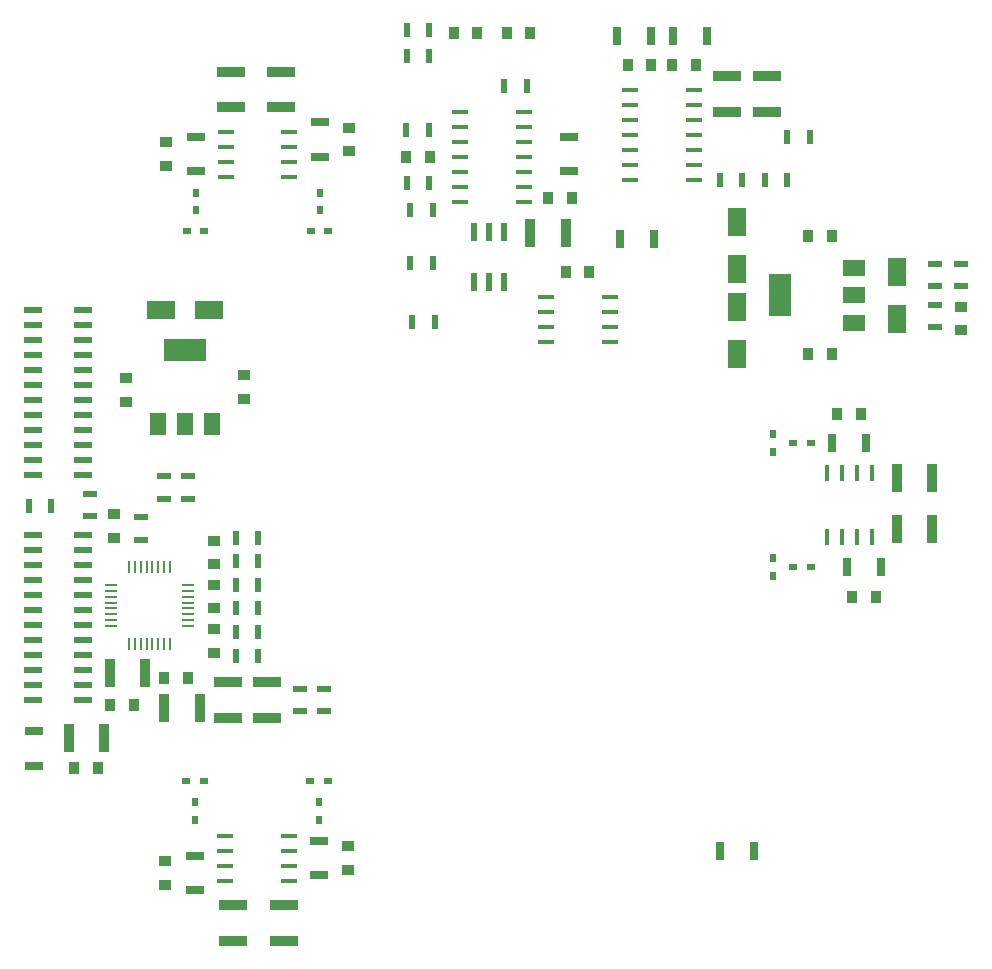
<source format=gbp>
G04 #@! TF.FileFunction,Paste,Bot*
%FSLAX46Y46*%
G04 Gerber Fmt 4.6, Leading zero omitted, Abs format (unit mm)*
G04 Created by KiCad (PCBNEW 4.0.5+dfsg1-4) date Thu May 17 15:39:57 2018*
%MOMM*%
%LPD*%
G01*
G04 APERTURE LIST*
%ADD10C,0.100000*%
%ADD11R,2.350000X0.850000*%
%ADD12R,0.850000X2.350000*%
%ADD13R,0.610000X1.650000*%
%ADD14R,0.550000X1.150000*%
%ADD15R,1.050000X0.130000*%
%ADD16R,0.130000X1.050000*%
%ADD17R,0.450000X1.400000*%
%ADD18R,1.150000X0.550000*%
%ADD19R,0.850000X1.100000*%
%ADD20R,1.100000X0.850000*%
%ADD21R,1.400000X0.450000*%
%ADD22R,1.350000X0.450000*%
%ADD23R,2.349360X1.650860*%
%ADD24R,1.650860X2.349360*%
%ADD25R,0.600000X0.650000*%
%ADD26R,0.650000X0.600000*%
%ADD27R,1.550000X0.750000*%
%ADD28R,0.750000X1.550000*%
%ADD29R,1.850000X3.650000*%
%ADD30R,1.850000X1.350000*%
%ADD31R,3.650000X1.850000*%
%ADD32R,1.350000X1.850000*%
%ADD33R,1.650000X0.610000*%
G04 APERTURE END LIST*
D10*
D11*
X81200000Y-115000000D03*
X81200000Y-118000000D03*
D12*
X67900000Y-114200000D03*
X70900000Y-114200000D03*
D13*
X101270000Y-81100000D03*
X101270000Y-76900000D03*
X100000000Y-81100000D03*
X100000000Y-76900000D03*
X98730000Y-81100000D03*
X98730000Y-76900000D03*
D14*
X93050000Y-72750000D03*
X94950000Y-72750000D03*
D15*
X74500000Y-106750000D03*
X74500000Y-107250000D03*
X74500000Y-107750000D03*
X74500000Y-108250000D03*
X74500000Y-108750000D03*
X74500000Y-109250000D03*
X74500000Y-109750000D03*
X74500000Y-110250000D03*
D16*
X73000000Y-111750000D03*
X72500000Y-111750000D03*
X72000000Y-111750000D03*
X71500000Y-111750000D03*
X71000000Y-111750000D03*
X70500000Y-111750000D03*
X70000000Y-111750000D03*
X69500000Y-111750000D03*
D15*
X68000000Y-110250000D03*
X68000000Y-109750000D03*
X68000000Y-109250000D03*
X68000000Y-108750000D03*
X68000000Y-108250000D03*
X68000000Y-107750000D03*
X68000000Y-107250000D03*
X68000000Y-106750000D03*
D16*
X69500000Y-105250000D03*
X70000000Y-105250000D03*
X70500000Y-105250000D03*
X71000000Y-105250000D03*
X71500000Y-105250000D03*
X72000000Y-105250000D03*
X72500000Y-105250000D03*
X73000000Y-105250000D03*
D17*
X132405000Y-102700000D03*
X131135000Y-102700000D03*
X129865000Y-102700000D03*
X128595000Y-102700000D03*
X128595000Y-97300000D03*
X129865000Y-97300000D03*
X131135000Y-97300000D03*
X132405000Y-97300000D03*
D18*
X86000000Y-115550000D03*
X86000000Y-117450000D03*
D19*
X117500000Y-62750000D03*
X115500000Y-62750000D03*
D14*
X93050000Y-62000000D03*
X94950000Y-62000000D03*
D20*
X69250000Y-91250000D03*
X69250000Y-89250000D03*
D19*
X93000000Y-70500000D03*
X95000000Y-70500000D03*
D14*
X93500000Y-84500000D03*
X95400000Y-84500000D03*
X94900000Y-68250000D03*
X93000000Y-68250000D03*
D20*
X140000000Y-85200000D03*
X140000000Y-83200000D03*
D19*
X127000000Y-77250000D03*
X129000000Y-77250000D03*
X127000000Y-87250000D03*
X129000000Y-87250000D03*
D20*
X68250000Y-100750000D03*
X68250000Y-102750000D03*
X76750000Y-106750000D03*
X76750000Y-108750000D03*
X79250000Y-89000000D03*
X79250000Y-91000000D03*
D19*
X111750000Y-62750000D03*
X113750000Y-62750000D03*
D20*
X76750000Y-103000000D03*
X76750000Y-105000000D03*
X76750000Y-110500000D03*
X76750000Y-112500000D03*
D19*
X66900000Y-122300000D03*
X64900000Y-122300000D03*
X74500000Y-114600000D03*
X72500000Y-114600000D03*
X67900000Y-116900000D03*
X69900000Y-116900000D03*
X108500000Y-80250000D03*
X106500000Y-80250000D03*
X105000000Y-74000000D03*
X107000000Y-74000000D03*
X97000000Y-60000000D03*
X99000000Y-60000000D03*
D18*
X70500000Y-101050000D03*
X70500000Y-102950000D03*
X84000000Y-115550000D03*
X84000000Y-117450000D03*
X72500000Y-99450000D03*
X72500000Y-97550000D03*
D14*
X125250000Y-68800000D03*
X127150000Y-68800000D03*
D18*
X74500000Y-99450000D03*
X74500000Y-97550000D03*
X66200000Y-99050000D03*
X66200000Y-100950000D03*
D14*
X78550000Y-102750000D03*
X80450000Y-102750000D03*
X80450000Y-104750000D03*
X78550000Y-104750000D03*
X78550000Y-106750000D03*
X80450000Y-106750000D03*
X80450000Y-108750000D03*
X78550000Y-108750000D03*
X78550000Y-110750000D03*
X80450000Y-110750000D03*
X80450000Y-112750000D03*
X78550000Y-112750000D03*
D21*
X77650000Y-131805000D03*
X77650000Y-130535000D03*
X77650000Y-129265000D03*
X77650000Y-127995000D03*
X83050000Y-127995000D03*
X83050000Y-129265000D03*
X83050000Y-130535000D03*
X83050000Y-131805000D03*
X110200000Y-82345000D03*
X110200000Y-83615000D03*
X110200000Y-84885000D03*
X110200000Y-86155000D03*
X104800000Y-86155000D03*
X104800000Y-84885000D03*
X104800000Y-83615000D03*
X104800000Y-82345000D03*
X83100000Y-68395000D03*
X83100000Y-69665000D03*
X83100000Y-70935000D03*
X83100000Y-72205000D03*
X77700000Y-72205000D03*
X77700000Y-70935000D03*
X77700000Y-69665000D03*
X77700000Y-68395000D03*
D14*
X93350000Y-75000000D03*
X95250000Y-75000000D03*
D11*
X120150000Y-66700000D03*
X120150000Y-63700000D03*
D19*
X103500000Y-60000000D03*
X101500000Y-60000000D03*
D22*
X111950000Y-72510000D03*
X111950000Y-71240000D03*
X111950000Y-69970000D03*
X111950000Y-68700000D03*
X111950000Y-67430000D03*
X111950000Y-66160000D03*
X111950000Y-64890000D03*
X117350000Y-64890000D03*
X117350000Y-66160000D03*
X117350000Y-67430000D03*
X117350000Y-68700000D03*
X117350000Y-69970000D03*
X117350000Y-71240000D03*
X117350000Y-72510000D03*
D14*
X62950000Y-100100000D03*
X61050000Y-100100000D03*
X95250000Y-79500000D03*
X93350000Y-79500000D03*
X94950000Y-59750000D03*
X93050000Y-59750000D03*
X101300000Y-64500000D03*
X103200000Y-64500000D03*
X125250000Y-72500000D03*
X123350000Y-72500000D03*
D12*
X67400000Y-119700000D03*
X64400000Y-119700000D03*
D11*
X82600000Y-133900000D03*
X82600000Y-136900000D03*
D20*
X72600000Y-130150000D03*
X72600000Y-132150000D03*
D11*
X78150000Y-66300000D03*
X78150000Y-63300000D03*
D12*
X134500000Y-97750000D03*
X137500000Y-97750000D03*
X75500000Y-117200000D03*
X72500000Y-117200000D03*
D20*
X88100000Y-128900000D03*
X88100000Y-130900000D03*
X88150000Y-70050000D03*
X88150000Y-68050000D03*
X72650000Y-71300000D03*
X72650000Y-69300000D03*
D19*
X130750000Y-107750000D03*
X132750000Y-107750000D03*
X129500000Y-92250000D03*
X131500000Y-92250000D03*
D11*
X77900000Y-115000000D03*
X77900000Y-118000000D03*
X78350000Y-136900000D03*
X78350000Y-133900000D03*
X82400000Y-63300000D03*
X82400000Y-66300000D03*
D12*
X137500000Y-102000000D03*
X134500000Y-102000000D03*
X103500000Y-77000000D03*
X106500000Y-77000000D03*
D11*
X123500000Y-66700000D03*
X123500000Y-63700000D03*
D23*
X72251020Y-83500000D03*
X76248980Y-83500000D03*
D24*
X121000000Y-87248980D03*
X121000000Y-83251020D03*
X134500000Y-80251020D03*
X134500000Y-84248980D03*
X121000000Y-79998980D03*
X121000000Y-76001020D03*
D25*
X75100000Y-125150000D03*
X75100000Y-126650000D03*
D26*
X75850000Y-123400000D03*
X74350000Y-123400000D03*
D25*
X85600000Y-125150000D03*
X85600000Y-126650000D03*
D26*
X84850000Y-123400000D03*
X86350000Y-123400000D03*
D25*
X85650000Y-75050000D03*
X85650000Y-73550000D03*
D26*
X84900000Y-76800000D03*
X86400000Y-76800000D03*
D25*
X75150000Y-75050000D03*
X75150000Y-73550000D03*
D26*
X75900000Y-76800000D03*
X74400000Y-76800000D03*
X125750000Y-105250000D03*
X127250000Y-105250000D03*
D25*
X124000000Y-104500000D03*
X124000000Y-106000000D03*
D26*
X125750000Y-94750000D03*
X127250000Y-94750000D03*
D25*
X124000000Y-95500000D03*
X124000000Y-94000000D03*
D27*
X61500000Y-119150000D03*
X61500000Y-122050000D03*
D28*
X111050000Y-77500000D03*
X113950000Y-77500000D03*
D27*
X106800000Y-71700000D03*
X106800000Y-68800000D03*
D18*
X137750000Y-79550000D03*
X137750000Y-81450000D03*
X140000000Y-79550000D03*
X140000000Y-81450000D03*
X137750000Y-83050000D03*
X137750000Y-84950000D03*
D27*
X75100000Y-129700000D03*
X75100000Y-132600000D03*
D14*
X121450000Y-72500000D03*
X119550000Y-72500000D03*
D27*
X85600000Y-128450000D03*
X85600000Y-131350000D03*
X75150000Y-71750000D03*
X75150000Y-68850000D03*
D28*
X110800000Y-60250000D03*
X113700000Y-60250000D03*
X129050000Y-94750000D03*
X131950000Y-94750000D03*
D27*
X85650000Y-70500000D03*
X85650000Y-67600000D03*
D28*
X115550000Y-60250000D03*
X118450000Y-60250000D03*
X122450000Y-129250000D03*
X119550000Y-129250000D03*
X130300000Y-105250000D03*
X133200000Y-105250000D03*
D22*
X97550000Y-74310000D03*
X97550000Y-73040000D03*
X97550000Y-71770000D03*
X97550000Y-70500000D03*
X97550000Y-69230000D03*
X97550000Y-67960000D03*
X97550000Y-66690000D03*
X102950000Y-66690000D03*
X102950000Y-67960000D03*
X102950000Y-69230000D03*
X102950000Y-70500000D03*
X102950000Y-71770000D03*
X102950000Y-73040000D03*
X102950000Y-74310000D03*
D29*
X124600000Y-82250000D03*
D30*
X130900000Y-82250000D03*
X130900000Y-84550000D03*
X130900000Y-79950000D03*
D31*
X74250000Y-86850000D03*
D32*
X74250000Y-93150000D03*
X71950000Y-93150000D03*
X76550000Y-93150000D03*
D33*
X65620000Y-102575000D03*
X61420000Y-102575000D03*
X65620000Y-103845000D03*
X61420000Y-103845000D03*
X65620000Y-105115000D03*
X61420000Y-105115000D03*
X65620000Y-106385000D03*
X61420000Y-106385000D03*
X65620000Y-107655000D03*
X61420000Y-107655000D03*
X65620000Y-108925000D03*
X61420000Y-108925000D03*
X65620000Y-110195000D03*
X61420000Y-110195000D03*
X65620000Y-111465000D03*
X61420000Y-111465000D03*
X65620000Y-112735000D03*
X61420000Y-112735000D03*
X65620000Y-114005000D03*
X61420000Y-114005000D03*
X65620000Y-115275000D03*
X61420000Y-115275000D03*
X65620000Y-116545000D03*
X61420000Y-116545000D03*
X65620000Y-83455000D03*
X61420000Y-83455000D03*
X65620000Y-84725000D03*
X61420000Y-84725000D03*
X65620000Y-85995000D03*
X61420000Y-85995000D03*
X65620000Y-87265000D03*
X61420000Y-87265000D03*
X65620000Y-88535000D03*
X61420000Y-88535000D03*
X65620000Y-89805000D03*
X61420000Y-89805000D03*
X65620000Y-91075000D03*
X61420000Y-91075000D03*
X65620000Y-92345000D03*
X61420000Y-92345000D03*
X65620000Y-93615000D03*
X61420000Y-93615000D03*
X65620000Y-94885000D03*
X61420000Y-94885000D03*
X65620000Y-96155000D03*
X61420000Y-96155000D03*
X65620000Y-97425000D03*
X61420000Y-97425000D03*
M02*

</source>
